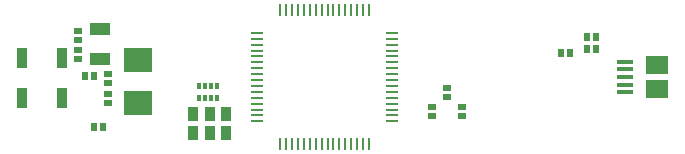
<source format=gbr>
G04 #@! TF.GenerationSoftware,KiCad,Pcbnew,5.0.2-bee76a0~70~ubuntu18.04.1*
G04 #@! TF.CreationDate,2019-01-15T20:31:34+13:00*
G04 #@! TF.ProjectId,pynano-1,70796e61-6e6f-42d3-912e-6b696361645f,rev?*
G04 #@! TF.SameCoordinates,Original*
G04 #@! TF.FileFunction,Paste,Top*
G04 #@! TF.FilePolarity,Positive*
%FSLAX46Y46*%
G04 Gerber Fmt 4.6, Leading zero omitted, Abs format (unit mm)*
G04 Created by KiCad (PCBNEW 5.0.2-bee76a0~70~ubuntu18.04.1) date Tue 15 Jan 2019 08:31:34 PM NZDT*
%MOMM*%
%LPD*%
G01*
G04 APERTURE LIST*
%ADD10R,0.650000X0.575000*%
%ADD11R,0.575000X0.650000*%
%ADD12R,1.900000X1.500000*%
%ADD13R,1.350000X0.400000*%
%ADD14R,0.900000X1.700000*%
%ADD15R,1.000000X0.250000*%
%ADD16R,0.250000X1.000000*%
%ADD17R,2.400000X2.000000*%
%ADD18R,1.800000X1.000000*%
%ADD19R,0.870000X1.220000*%
%ADD20R,0.400000X0.500000*%
%ADD21R,0.300000X0.500000*%
G04 APERTURE END LIST*
D10*
G04 #@! TO.C,C4*
X144399000Y-60699500D03*
X144399000Y-61474500D03*
G04 #@! TD*
G04 #@! TO.C,C5*
X141859000Y-57016500D03*
X141859000Y-57791500D03*
G04 #@! TD*
G04 #@! TO.C,C7*
X144399000Y-62350500D03*
X144399000Y-63125500D03*
G04 #@! TD*
G04 #@! TO.C,C8*
X141859000Y-58667500D03*
X141859000Y-59442500D03*
G04 #@! TD*
D11*
G04 #@! TO.C,C10*
X143262500Y-60833000D03*
X142487500Y-60833000D03*
G04 #@! TD*
D12*
G04 #@! TO.C,J2*
X190924700Y-59960000D03*
D13*
X188224700Y-61610000D03*
X188224700Y-62260000D03*
X188224700Y-59660000D03*
X188224700Y-60310000D03*
X188224700Y-60960000D03*
D12*
X190924700Y-61960000D03*
G04 #@! TD*
D11*
G04 #@! TO.C,R4*
X185756700Y-58572400D03*
X184981700Y-58572400D03*
G04 #@! TD*
G04 #@! TO.C,R5*
X184981700Y-57531000D03*
X185756700Y-57531000D03*
G04 #@! TD*
G04 #@! TO.C,R6*
X182797300Y-58877200D03*
X183572300Y-58877200D03*
G04 #@! TD*
D14*
G04 #@! TO.C,SW1*
X137111000Y-59309000D03*
X140511000Y-59309000D03*
G04 #@! TD*
G04 #@! TO.C,SW2*
X140511000Y-62738000D03*
X137111000Y-62738000D03*
G04 #@! TD*
D15*
G04 #@! TO.C,U2*
X157063200Y-57210000D03*
X157063200Y-57710000D03*
X157063200Y-58210000D03*
X157063200Y-58710000D03*
X157063200Y-59210000D03*
X157063200Y-59710000D03*
X157063200Y-60210000D03*
X157063200Y-60710000D03*
X157063200Y-61210000D03*
X157063200Y-61710000D03*
X157063200Y-62210000D03*
X157063200Y-62710000D03*
X157063200Y-63210000D03*
X157063200Y-63710000D03*
X157063200Y-64210000D03*
X157063200Y-64710000D03*
D16*
X159013200Y-66660000D03*
X159513200Y-66660000D03*
X160013200Y-66660000D03*
X160513200Y-66660000D03*
X161013200Y-66660000D03*
X161513200Y-66660000D03*
X162013200Y-66660000D03*
X162513200Y-66660000D03*
X163013200Y-66660000D03*
X163513200Y-66660000D03*
X164013200Y-66660000D03*
X164513200Y-66660000D03*
X165013200Y-66660000D03*
X165513200Y-66660000D03*
X166013200Y-66660000D03*
X166513200Y-66660000D03*
D15*
X168463200Y-64710000D03*
X168463200Y-64210000D03*
X168463200Y-63710000D03*
X168463200Y-63210000D03*
X168463200Y-62710000D03*
X168463200Y-62210000D03*
X168463200Y-61710000D03*
X168463200Y-61210000D03*
X168463200Y-60710000D03*
X168463200Y-60210000D03*
X168463200Y-59710000D03*
X168463200Y-59210000D03*
X168463200Y-58710000D03*
X168463200Y-58210000D03*
X168463200Y-57710000D03*
X168463200Y-57210000D03*
D16*
X166513200Y-55260000D03*
X166013200Y-55260000D03*
X165513200Y-55260000D03*
X165013200Y-55260000D03*
X164513200Y-55260000D03*
X164013200Y-55260000D03*
X163513200Y-55260000D03*
X163013200Y-55260000D03*
X162513200Y-55260000D03*
X162013200Y-55260000D03*
X161513200Y-55260000D03*
X161013200Y-55260000D03*
X160513200Y-55260000D03*
X160013200Y-55260000D03*
X159513200Y-55260000D03*
X159013200Y-55260000D03*
G04 #@! TD*
D17*
G04 #@! TO.C,Y1*
X146939000Y-59491000D03*
X146939000Y-63191000D03*
G04 #@! TD*
D18*
G04 #@! TO.C,Y2*
X143764000Y-56916000D03*
X143764000Y-59416000D03*
G04 #@! TD*
D19*
G04 #@! TO.C,D2*
X153035000Y-64097000D03*
X153035000Y-65697000D03*
G04 #@! TD*
G04 #@! TO.C,D3*
X151638000Y-65697000D03*
X151638000Y-64097000D03*
G04 #@! TD*
G04 #@! TO.C,D4*
X154432000Y-65697000D03*
X154432000Y-64097000D03*
G04 #@! TD*
D20*
G04 #@! TO.C,RN1*
X152158000Y-62730000D03*
D21*
X153158000Y-62730000D03*
X152658000Y-62730000D03*
D20*
X153658000Y-62730000D03*
D21*
X152658000Y-61730000D03*
D20*
X152158000Y-61730000D03*
D21*
X153158000Y-61730000D03*
D20*
X153658000Y-61730000D03*
G04 #@! TD*
D10*
G04 #@! TO.C,R7*
X174371000Y-63493500D03*
X174371000Y-64268500D03*
G04 #@! TD*
G04 #@! TO.C,R8*
X173101000Y-61842500D03*
X173101000Y-62617500D03*
G04 #@! TD*
G04 #@! TO.C,R9*
X171831000Y-63493500D03*
X171831000Y-64268500D03*
G04 #@! TD*
D11*
G04 #@! TO.C,R11*
X143198700Y-65151000D03*
X143973700Y-65151000D03*
G04 #@! TD*
M02*

</source>
